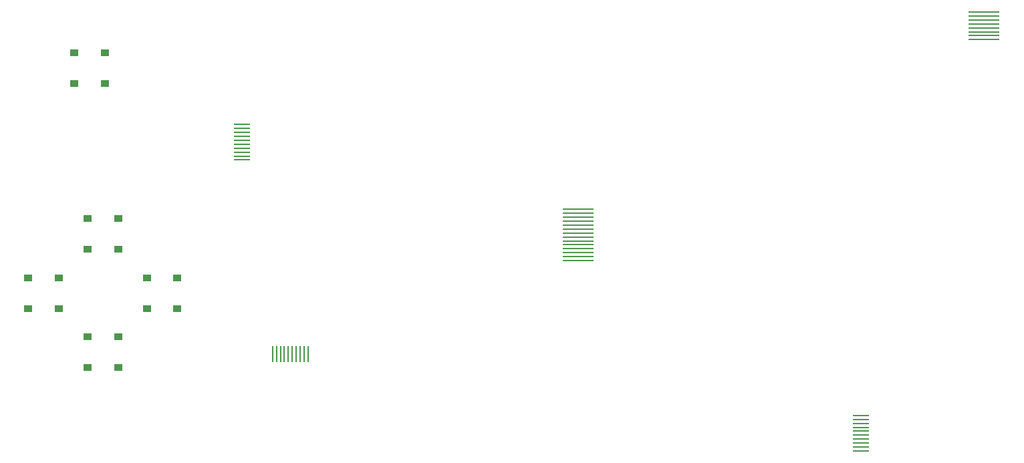
<source format=gbr>
%TF.GenerationSoftware,KiCad,Pcbnew,7.0.5*%
%TF.CreationDate,2023-06-28T16:16:01+01:00*%
%TF.ProjectId,buttonsSuper,62757474-6f6e-4735-9375-7065722e6b69,rev?*%
%TF.SameCoordinates,Original*%
%TF.FileFunction,Paste,Top*%
%TF.FilePolarity,Positive*%
%FSLAX46Y46*%
G04 Gerber Fmt 4.6, Leading zero omitted, Abs format (unit mm)*
G04 Created by KiCad (PCBNEW 7.0.5) date 2023-06-28 16:16:01*
%MOMM*%
%LPD*%
G01*
G04 APERTURE LIST*
%ADD10R,2.000000X0.250000*%
%ADD11R,1.000000X0.900000*%
%ADD12R,4.000000X0.250000*%
%ADD13R,0.250000X2.000000*%
G04 APERTURE END LIST*
D10*
%TO.C,C2*%
X179250000Y-137750000D03*
X179250000Y-138250000D03*
X179250000Y-138750000D03*
X179250000Y-139250000D03*
X179250000Y-139750000D03*
X179250000Y-140250000D03*
X179250000Y-140750000D03*
X179250000Y-141250000D03*
X179250000Y-141750000D03*
X179250000Y-142250000D03*
%TD*%
D11*
%TO.C,U3*%
X81319977Y-112800038D03*
X81319977Y-116700216D03*
X85180023Y-112800038D03*
X85180023Y-116700216D03*
%TD*%
D12*
%TO.C,C2*%
X194875000Y-90125000D03*
X194875000Y-87625000D03*
X194875000Y-89125000D03*
X194875000Y-86625000D03*
X194875000Y-88625000D03*
X194875000Y-88125000D03*
X194875000Y-87125000D03*
X194875000Y-89625000D03*
%TD*%
D10*
%TO.C,C3*%
X100875000Y-105375000D03*
X100875000Y-104875000D03*
X100875000Y-104375000D03*
X100875000Y-103875000D03*
X100875000Y-103375000D03*
X100875000Y-102875000D03*
X100875000Y-102375000D03*
X100875000Y-101875000D03*
X100875000Y-101375000D03*
X100875000Y-100875000D03*
%TD*%
D11*
%TO.C,U2*%
X88819977Y-120300038D03*
X88819977Y-124200216D03*
X92680023Y-120300038D03*
X92680023Y-124200216D03*
%TD*%
%TO.C,U5*%
X81319977Y-127800038D03*
X81319977Y-131700216D03*
X85180023Y-127800038D03*
X85180023Y-131700216D03*
%TD*%
D13*
%TO.C,C1*%
X104750000Y-130000000D03*
X105250000Y-130000000D03*
X105750000Y-130000000D03*
X106250000Y-130000000D03*
X106750000Y-130000000D03*
X107250000Y-130000000D03*
X107750000Y-130000000D03*
X108250000Y-130000000D03*
X108750000Y-130000000D03*
X109250000Y-130000000D03*
%TD*%
D12*
%TO.C,C1*%
X143450000Y-118125253D03*
X143450000Y-117625253D03*
X143450000Y-117125253D03*
X143450000Y-116625253D03*
X143450000Y-116125253D03*
X143450000Y-115625253D03*
X143450000Y-115125253D03*
X143450000Y-114625253D03*
X143450000Y-114125253D03*
X143450000Y-113625253D03*
X143450000Y-113125253D03*
X143450000Y-112625253D03*
X143450000Y-112125253D03*
X143450000Y-111625253D03*
%TD*%
D11*
%TO.C,U1*%
X79639954Y-91800038D03*
X79639954Y-95700216D03*
X83500000Y-91800038D03*
X83500000Y-95700216D03*
%TD*%
%TO.C,U4*%
X73819977Y-120300038D03*
X73819977Y-124200216D03*
X77680023Y-120300038D03*
X77680023Y-124200216D03*
%TD*%
M02*

</source>
